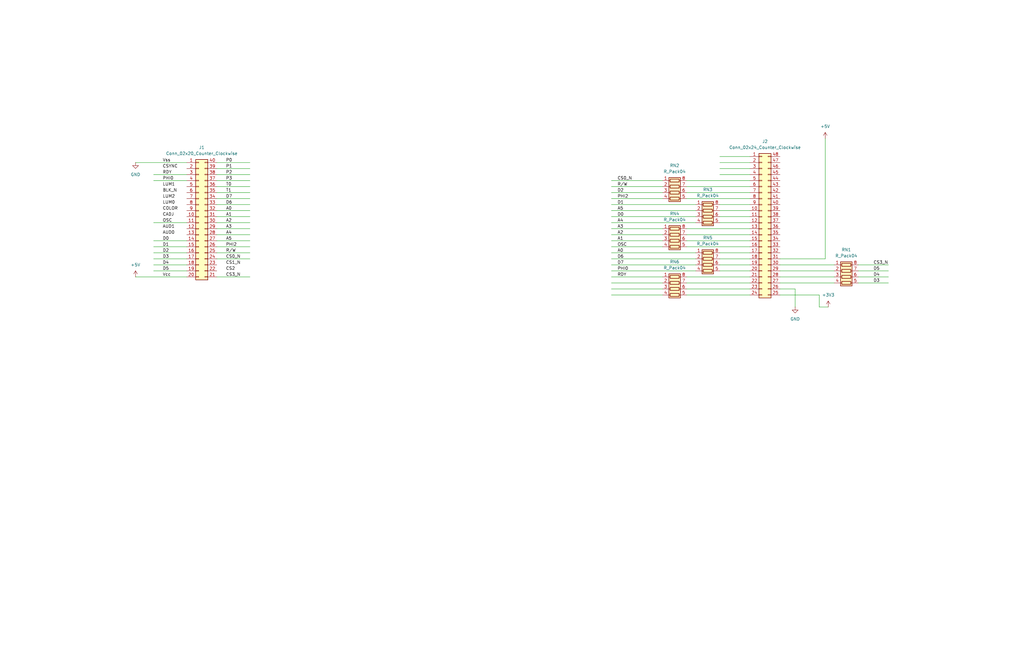
<source format=kicad_sch>
(kicad_sch (version 20231120) (generator "eeschema") (generator_version "8.0")
  (paper "B")
  (lib_symbols
    (symbol "Connector_Generic:Conn_02x20_Counter_Clockwise" (pin_names (offset 1.016) hide)
      (property "Reference" "J" (at 1.27 25.4 0))
      (property "Value" "Conn_02x20_Counter_Clockwise" (at 1.27 -27.94 0))
      (symbol "Conn_02x20_Counter_Clockwise_1_1"
        (rectangle (start -1.27 -25.273) (end 0 -25.527) (stroke (width 0.1524)))
        (rectangle (start -1.27 -22.733) (end 0 -22.987) (stroke (width 0.1524)))
        (rectangle (start -1.27 -20.193) (end 0 -20.447) (stroke (width 0.1524)))
        (rectangle (start -1.27 -17.653) (end 0 -17.907) (stroke (width 0.1524)))
        (rectangle (start -1.27 -15.113) (end 0 -15.367) (stroke (width 0.1524)))
        (rectangle (start -1.27 -12.573) (end 0 -12.827) (stroke (width 0.1524)))
        (rectangle (start -1.27 -10.033) (end 0 -10.287) (stroke (width 0.1524)))
        (rectangle (start -1.27 -7.493) (end 0 -7.747) (stroke (width 0.1524)))
        (rectangle (start -1.27 -4.953) (end 0 -5.207) (stroke (width 0.1524)))
        (rectangle (start -1.27 -2.413) (end 0 -2.667) (stroke (width 0.1524)))
        (rectangle (start -1.27 0.127) (end 0 -0.127) (stroke (width 0.1524)))
        (rectangle (start -1.27 2.667) (end 0 2.413) (stroke (width 0.1524)))
        (rectangle (start -1.27 5.207) (end 0 4.953) (stroke (width 0.1524)))
        (rectangle (start -1.27 7.747) (end 0 7.493) (stroke (width 0.1524)))
        (rectangle (start -1.27 10.287) (end 0 10.033) (stroke (width 0.1524)))
        (rectangle (start -1.27 12.827) (end 0 12.573) (stroke (width 0.1524)))
        (rectangle (start -1.27 15.367) (end 0 15.113) (stroke (width 0.1524)))
        (rectangle (start -1.27 17.907) (end 0 17.653) (stroke (width 0.1524)))
        (rectangle (start -1.27 20.447) (end 0 20.193) (stroke (width 0.1524)))
        (rectangle (start -1.27 22.987) (end 0 22.733) (stroke (width 0.1524)))
        (rectangle (start -1.27 24.13) (end 3.81 -26.67) (stroke (width 0.254)) (fill (type background)))
        (rectangle (start 3.81 -25.273) (end 2.54 -25.527) (stroke (width 0.1524)))
        (rectangle (start 3.81 -22.733) (end 2.54 -22.987) (stroke (width 0.1524)))
        (rectangle (start 3.81 -20.193) (end 2.54 -20.447) (stroke (width 0.1524)))
        (rectangle (start 3.81 -17.653) (end 2.54 -17.907) (stroke (width 0.1524)))
        (rectangle (start 3.81 -15.113) (end 2.54 -15.367) (stroke (width 0.1524)))
        (rectangle (start 3.81 -12.573) (end 2.54 -12.827) (stroke (width 0.1524)))
        (rectangle (start 3.81 -10.033) (end 2.54 -10.287) (stroke (width 0.1524)))
        (rectangle (start 3.81 -7.493) (end 2.54 -7.747) (stroke (width 0.1524)))
        (rectangle (start 3.81 -4.953) (end 2.54 -5.207) (stroke (width 0.1524)))
        (rectangle (start 3.81 -2.413) (end 2.54 -2.667) (stroke (width 0.1524)))
        (rectangle (start 3.81 0.127) (end 2.54 -0.127) (stroke (width 0.1524)))
        (rectangle (start 3.81 2.667) (end 2.54 2.413) (stroke (width 0.1524)))
        (rectangle (start 3.81 5.207) (end 2.54 4.953) (stroke (width 0.1524)))
        (rectangle (start 3.81 7.747) (end 2.54 7.493) (stroke (width 0.1524)))
        (rectangle (start 3.81 10.287) (end 2.54 10.033) (stroke (width 0.1524)))
        (rectangle (start 3.81 12.827) (end 2.54 12.573) (stroke (width 0.1524)))
        (rectangle (start 3.81 15.367) (end 2.54 15.113) (stroke (width 0.1524)))
        (rectangle (start 3.81 17.907) (end 2.54 17.653) (stroke (width 0.1524)))
        (rectangle (start 3.81 20.447) (end 2.54 20.193) (stroke (width 0.1524)))
        (rectangle (start 3.81 22.987) (end 2.54 22.733) (stroke (width 0.1524)))
        (pin passive line (at -5.08 22.86 0) (length 3.81) (name "Pin_1") (number "1"))
        (pin passive line (at -5.08 0 0) (length 3.81) (name "Pin_10") (number "10"))
        (pin passive line (at -5.08 -2.54 0) (length 3.81) (name "Pin_11") (number "11"))
        (pin passive line (at -5.08 -5.08 0) (length 3.81) (name "Pin_12") (number "12"))
        (pin passive line (at -5.08 -7.62 0) (length 3.81) (name "Pin_13") (number "13"))
        (pin passive line (at -5.08 -10.16 0) (length 3.81) (name "Pin_14") (number "14"))
        (pin passive line (at -5.08 -12.7 0) (length 3.81) (name "Pin_15") (number "15"))
        (pin passive line (at -5.08 -15.24 0) (length 3.81) (name "Pin_16") (number "16"))
        (pin passive line (at -5.08 -17.78 0) (length 3.81) (name "Pin_17") (number "17"))
        (pin passive line (at -5.08 -20.32 0) (length 3.81) (name "Pin_18") (number "18"))
        (pin passive line (at -5.08 -22.86 0) (length 3.81) (name "Pin_19") (number "19"))
        (pin passive line (at -5.08 20.32 0) (length 3.81) (name "Pin_2") (number "2"))
        (pin passive line (at -5.08 -25.4 0) (length 3.81) (name "Pin_20") (number "20"))
        (pin passive line (at 7.62 -25.4 180) (length 3.81) (name "Pin_21") (number "21"))
        (pin passive line (at 7.62 -22.86 180) (length 3.81) (name "Pin_22") (number "22"))
        (pin passive line (at 7.62 -20.32 180) (length 3.81) (name "Pin_23") (number "23"))
        (pin passive line (at 7.62 -17.78 180) (length 3.81) (name "Pin_24") (number "24"))
        (pin passive line (at 7.62 -15.24 180) (length 3.81) (name "Pin_25") (number "25"))
        (pin passive line (at 7.62 -12.7 180) (length 3.81) (name "Pin_26") (number "26"))
        (pin passive line (at 7.62 -10.16 180) (length 3.81) (name "Pin_27") (number "27"))
        (pin passive line (at 7.62 -7.62 180) (length 3.81) (name "Pin_28") (number "28"))
        (pin passive line (at 7.62 -5.08 180) (length 3.81) (name "Pin_29") (number "29"))
        (pin passive line (at -5.08 17.78 0) (length 3.81) (name "Pin_3") (number "3"))
        (pin passive line (at 7.62 -2.54 180) (length 3.81) (name "Pin_30") (number "30"))
        (pin passive line (at 7.62 0 180) (length 3.81) (name "Pin_31") (number "31"))
        (pin passive line (at 7.62 2.54 180) (length 3.81) (name "Pin_32") (number "32"))
        (pin passive line (at 7.62 5.08 180) (length 3.81) (name "Pin_33") (number "33"))
        (pin passive line (at 7.62 7.62 180) (length 3.81) (name "Pin_34") (number "34"))
        (pin passive line (at 7.62 10.16 180) (length 3.81) (name "Pin_35") (number "35"))
        (pin passive line (at 7.62 12.7 180) (length 3.81) (name "Pin_36") (number "36"))
        (pin passive line (at 7.62 15.24 180) (length 3.81) (name "Pin_37") (number "37"))
        (pin passive line (at 7.62 17.78 180) (length 3.81) (name "Pin_38") (number "38"))
        (pin passive line (at 7.62 20.32 180) (length 3.81) (name "Pin_39") (number "39"))
        (pin passive line (at -5.08 15.24 0) (length 3.81) (name "Pin_4") (number "4"))
        (pin passive line (at 7.62 22.86 180) (length 3.81) (name "Pin_40") (number "40"))
        (pin passive line (at -5.08 12.7 0) (length 3.81) (name "Pin_5") (number "5"))
        (pin passive line (at -5.08 10.16 0) (length 3.81) (name "Pin_6") (number "6"))
        (pin passive line (at -5.08 7.62 0) (length 3.81) (name "Pin_7") (number "7"))
        (pin passive line (at -5.08 5.08 0) (length 3.81) (name "Pin_8") (number "8"))
        (pin passive line (at -5.08 2.54 0) (length 3.81) (name "Pin_9") (number "9"))
      )
    )
    (symbol "Connector_Generic:Conn_02x24_Counter_Clockwise" (pin_names (offset 1.016) hide)
      (property "Reference" "J" (at 1.27 30.48 0))
      (property "Value" "Conn_02x24_Counter_Clockwise" (at 1.27 -33.02 0))
      (symbol "Conn_02x24_Counter_Clockwise_1_1"
        (rectangle (start -1.27 -30.353) (end 0 -30.607) (stroke (width 0.1524)))
        (rectangle (start -1.27 -27.813) (end 0 -28.067) (stroke (width 0.1524)))
        (rectangle (start -1.27 -25.273) (end 0 -25.527) (stroke (width 0.1524)))
        (rectangle (start -1.27 -22.733) (end 0 -22.987) (stroke (width 0.1524)))
        (rectangle (start -1.27 -20.193) (end 0 -20.447) (stroke (width 0.1524)))
        (rectangle (start -1.27 -17.653) (end 0 -17.907) (stroke (width 0.1524)))
        (rectangle (start -1.27 -15.113) (end 0 -15.367) (stroke (width 0.1524)))
        (rectangle (start -1.27 -12.573) (end 0 -12.827) (stroke (width 0.1524)))
        (rectangle (start -1.27 -10.033) (end 0 -10.287) (stroke (width 0.1524)))
        (rectangle (start -1.27 -7.493) (end 0 -7.747) (stroke (width 0.1524)))
        (rectangle (start -1.27 -4.953) (end 0 -5.207) (stroke (width 0.1524)))
        (rectangle (start -1.27 -2.413) (end 0 -2.667) (stroke (width 0.1524)))
        (rectangle (start -1.27 0.127) (end 0 -0.127) (stroke (width 0.1524)))
        (rectangle (start -1.27 2.667) (end 0 2.413) (stroke (width 0.1524)))
        (rectangle (start -1.27 5.207) (end 0 4.953) (stroke (width 0.1524)))
        (rectangle (start -1.27 7.747) (end 0 7.493) (stroke (width 0.1524)))
        (rectangle (start -1.27 10.287) (end 0 10.033) (stroke (width 0.1524)))
        (rectangle (start -1.27 12.827) (end 0 12.573) (stroke (width 0.1524)))
        (rectangle (start -1.27 15.367) (end 0 15.113) (stroke (width 0.1524)))
        (rectangle (start -1.27 17.907) (end 0 17.653) (stroke (width 0.1524)))
        (rectangle (start -1.27 20.447) (end 0 20.193) (stroke (width 0.1524)))
        (rectangle (start -1.27 22.987) (end 0 22.733) (stroke (width 0.1524)))
        (rectangle (start -1.27 25.527) (end 0 25.273) (stroke (width 0.1524)))
        (rectangle (start -1.27 28.067) (end 0 27.813) (stroke (width 0.1524)))
        (rectangle (start -1.27 29.21) (end 3.81 -31.75) (stroke (width 0.254)) (fill (type background)))
        (rectangle (start 3.81 -30.353) (end 2.54 -30.607) (stroke (width 0.1524)))
        (rectangle (start 3.81 -27.813) (end 2.54 -28.067) (stroke (width 0.1524)))
        (rectangle (start 3.81 -25.273) (end 2.54 -25.527) (stroke (width 0.1524)))
        (rectangle (start 3.81 -22.733) (end 2.54 -22.987) (stroke (width 0.1524)))
        (rectangle (start 3.81 -20.193) (end 2.54 -20.447) (stroke (width 0.1524)))
        (rectangle (start 3.81 -17.653) (end 2.54 -17.907) (stroke (width 0.1524)))
        (rectangle (start 3.81 -15.113) (end 2.54 -15.367) (stroke (width 0.1524)))
        (rectangle (start 3.81 -12.573) (end 2.54 -12.827) (stroke (width 0.1524)))
        (rectangle (start 3.81 -10.033) (end 2.54 -10.287) (stroke (width 0.1524)))
        (rectangle (start 3.81 -7.493) (end 2.54 -7.747) (stroke (width 0.1524)))
        (rectangle (start 3.81 -4.953) (end 2.54 -5.207) (stroke (width 0.1524)))
        (rectangle (start 3.81 -2.413) (end 2.54 -2.667) (stroke (width 0.1524)))
        (rectangle (start 3.81 0.127) (end 2.54 -0.127) (stroke (width 0.1524)))
        (rectangle (start 3.81 2.667) (end 2.54 2.413) (stroke (width 0.1524)))
        (rectangle (start 3.81 5.207) (end 2.54 4.953) (stroke (width 0.1524)))
        (rectangle (start 3.81 7.747) (end 2.54 7.493) (stroke (width 0.1524)))
        (rectangle (start 3.81 10.287) (end 2.54 10.033) (stroke (width 0.1524)))
        (rectangle (start 3.81 12.827) (end 2.54 12.573) (stroke (width 0.1524)))
        (rectangle (start 3.81 15.367) (end 2.54 15.113) (stroke (width 0.1524)))
        (rectangle (start 3.81 17.907) (end 2.54 17.653) (stroke (width 0.1524)))
        (rectangle (start 3.81 20.447) (end 2.54 20.193) (stroke (width 0.1524)))
        (rectangle (start 3.81 22.987) (end 2.54 22.733) (stroke (width 0.1524)))
        (rectangle (start 3.81 25.527) (end 2.54 25.273) (stroke (width 0.1524)))
        (rectangle (start 3.81 28.067) (end 2.54 27.813) (stroke (width 0.1524)))
        (pin passive line (at -5.08 27.94 0) (length 3.81) (name "Pin_1") (number "1"))
        (pin passive line (at -5.08 5.08 0) (length 3.81) (name "Pin_10") (number "10"))
        (pin passive line (at -5.08 2.54 0) (length 3.81) (name "Pin_11") (number "11"))
        (pin passive line (at -5.08 0 0) (length 3.81) (name "Pin_12") (number "12"))
        (pin passive line (at -5.08 -2.54 0) (length 3.81) (name "Pin_13") (number "13"))
        (pin passive line (at -5.08 -5.08 0) (length 3.81) (name "Pin_14") (number "14"))
        (pin passive line (at -5.08 -7.62 0) (length 3.81) (name "Pin_15") (number "15"))
        (pin passive line (at -5.08 -10.16 0) (length 3.81) (name "Pin_16") (number "16"))
        (pin passive line (at -5.08 -12.7 0) (length 3.81) (name "Pin_17") (number "17"))
        (pin passive line (at -5.08 -15.24 0) (length 3.81) (name "Pin_18") (number "18"))
        (pin passive line (at -5.08 -17.78 0) (length 3.81) (name "Pin_19") (number "19"))
        (pin passive line (at -5.08 25.4 0) (length 3.81) (name "Pin_2") (number "2"))
        (pin passive line (at -5.08 -20.32 0) (length 3.81) (name "Pin_20") (number "20"))
        (pin passive line (at -5.08 -22.86 0) (length 3.81) (name "Pin_21") (number "21"))
        (pin passive line (at -5.08 -25.4 0) (length 3.81) (name "Pin_22") (number "22"))
        (pin passive line (at -5.08 -27.94 0) (length 3.81) (name "Pin_23") (number "23"))
        (pin passive line (at -5.08 -30.48 0) (length 3.81) (name "Pin_24") (number "24"))
        (pin passive line (at 7.62 -30.48 180) (length 3.81) (name "Pin_25") (number "25"))
        (pin passive line (at 7.62 -27.94 180) (length 3.81) (name "Pin_26") (number "26"))
        (pin passive line (at 7.62 -25.4 180) (length 3.81) (name "Pin_27") (number "27"))
        (pin passive line (at 7.62 -22.86 180) (length 3.81) (name "Pin_28") (number "28"))
        (pin passive line (at 7.62 -20.32 180) (length 3.81) (name "Pin_29") (number "29"))
        (pin passive line (at -5.08 22.86 0) (length 3.81) (name "Pin_3") (number "3"))
        (pin passive line (at 7.62 -17.78 180) (length 3.81) (name "Pin_30") (number "30"))
        (pin passive line (at 7.62 -15.24 180) (length 3.81) (name "Pin_31") (number "31"))
        (pin passive line (at 7.62 -12.7 180) (length 3.81) (name "Pin_32") (number "32"))
        (pin passive line (at 7.62 -10.16 180) (length 3.81) (name "Pin_33") (number "33"))
        (pin passive line (at 7.62 -7.62 180) (length 3.81) (name "Pin_34") (number "34"))
        (pin passive line (at 7.62 -5.08 180) (length 3.81) (name "Pin_35") (number "35"))
        (pin passive line (at 7.62 -2.54 180) (length 3.81) (name "Pin_36") (number "36"))
        (pin passive line (at 7.62 0 180) (length 3.81) (name "Pin_37") (number "37"))
        (pin passive line (at 7.62 2.54 180) (length 3.81) (name "Pin_38") (number "38"))
        (pin passive line (at 7.62 5.08 180) (length 3.81) (name "Pin_39") (number "39"))
        (pin passive line (at -5.08 20.32 0) (length 3.81) (name "Pin_4") (number "4"))
        (pin passive line (at 7.62 7.62 180) (length 3.81) (name "Pin_40") (number "40"))
        (pin passive line (at 7.62 10.16 180) (length 3.81) (name "Pin_41") (number "41"))
        (pin passive line (at 7.62 12.7 180) (length 3.81) (name "Pin_42") (number "42"))
        (pin passive line (at 7.62 15.24 180) (length 3.81) (name "Pin_43") (number "43"))
        (pin passive line (at 7.62 17.78 180) (length 3.81) (name "Pin_44") (number "44"))
        (pin passive line (at 7.62 20.32 180) (length 3.81) (name "Pin_45") (number "45"))
        (pin passive line (at 7.62 22.86 180) (length 3.81) (name "Pin_46") (number "46"))
        (pin passive line (at 7.62 25.4 180) (length 3.81) (name "Pin_47") (number "47"))
        (pin passive line (at 7.62 27.94 180) (length 3.81) (name "Pin_48") (number "48"))
        (pin passive line (at -5.08 17.78 0) (length 3.81) (name "Pin_5") (number "5"))
        (pin passive line (at -5.08 15.24 0) (length 3.81) (name "Pin_6") (number "6"))
        (pin passive line (at -5.08 12.7 0) (length 3.81) (name "Pin_7") (number "7"))
        (pin passive line (at -5.08 10.16 0) (length 3.81) (name "Pin_8") (number "8"))
        (pin passive line (at -5.08 7.62 0) (length 3.81) (name "Pin_9") (number "9"))
      )
    )
    (symbol "Device:R_Pack04" (pin_names (offset 0) hide)
      (property "Reference" "RN" (at -7.62 0 90))
      (property "Value" "R_Pack04" (at 5.08 0 90))
      (symbol "R_Pack04_0_1"
        (rectangle (start -6.35 -2.413) (end 3.81 2.413) (stroke (width 0.254)) (fill (type background)))
        (rectangle (start -5.715 1.905) (end -4.445 -1.905) (stroke (width 0.254)))
        (rectangle (start -3.175 1.905) (end -1.905 -1.905) (stroke (width 0.254)))
        (rectangle (start -0.635 1.905) (end 0.635 -1.905) (stroke (width 0.254)))
        (polyline (pts (xy -5.08 -2.54) (xy -5.08 -1.905)))
        (polyline (pts (xy -5.08 1.905) (xy -5.08 2.54)))
        (polyline (pts (xy -2.54 -2.54) (xy -2.54 -1.905)))
        (polyline (pts (xy -2.54 1.905) (xy -2.54 2.54)))
        (polyline (pts (xy 0 -2.54) (xy 0 -1.905)))
        (polyline (pts (xy 0 1.905) (xy 0 2.54)))
        (polyline (pts (xy 2.54 -2.54) (xy 2.54 -1.905)))
        (polyline (pts (xy 2.54 1.905) (xy 2.54 2.54)))
        (rectangle (start 1.905 1.905) (end 3.175 -1.905) (stroke (width 0.254)))
      )
      (symbol "R_Pack04_1_1"
        (pin passive line (at -5.08 -5.08 90) (length 2.54) (name "R1.1") (number "1"))
        (pin passive line (at -2.54 -5.08 90) (length 2.54) (name "R2.1") (number "2"))
        (pin passive line (at 0 -5.08 90) (length 2.54) (name "R3.1") (number "3"))
        (pin passive line (at 2.54 -5.08 90) (length 2.54) (name "R4.1") (number "4"))
        (pin passive line (at 2.54 5.08 270) (length 2.54) (name "R4.2") (number "5"))
        (pin passive line (at 0 5.08 270) (length 2.54) (name "R3.2") (number "6"))
        (pin passive line (at -2.54 5.08 270) (length 2.54) (name "R2.2") (number "7"))
        (pin passive line (at -5.08 5.08 270) (length 2.54) (name "R1.2") (number "8"))
      )
    )
    (symbol "power:+3V3" (power) (pin_numbers hide) (pin_names (offset 0) hide)
      (property "Value" "+3V3" (at 0 3.556 0))
      (symbol "+3V3_0_1"
        (polyline (pts (xy -0.762 1.27) (xy 0 2.54)))
        (polyline (pts (xy 0 0) (xy 0 2.54)))
        (polyline (pts (xy 0 2.54) (xy 0.762 1.27)))
      )
      (symbol "+3V3_1_1"
        (pin power_in line (at 0 0 90) (length 0) (name "~") (number "1"))
      )
    )
    (symbol "power:+5V" (power) (pin_numbers hide) (pin_names (offset 0) hide)
      (property "Value" "+5V" (at 0 3.556 0))
      (symbol "+5V_0_1"
        (polyline (pts (xy -0.762 1.27) (xy 0 2.54)))
        (polyline (pts (xy 0 0) (xy 0 2.54)))
        (polyline (pts (xy 0 2.54) (xy 0.762 1.27)))
      )
      (symbol "+5V_1_1"
        (pin power_in line (at 0 0 90) (length 0) (name "~") (number "1"))
      )
    )
    (symbol "power:GND" (power) (pin_numbers hide) (pin_names (offset 0) hide)
      (property "Value" "GND" (at 0 -3.81 0))
      (symbol "GND_0_1"
        (polyline (pts (xy 0 0) (xy 0 -1.27) (xy 1.27 -1.27) (xy 0 -2.54) (xy -1.27 -1.27) (xy 0 -1.27)))
      )
      (symbol "GND_1_1"
        (pin power_in line (at 0 0 270) (length 0) (name "~") (number "1"))
      )
    )
  )
  (wire (pts (xy 91.44 86.36) (xy 105.41 86.36)))
  (wire (pts (xy 91.44 96.52) (xy 105.41 96.52)))
  (wire (pts (xy 91.44 88.9) (xy 105.41 88.9)))
  (wire (pts (xy 257.81 104.14) (xy 279.4 104.14)))
  (wire (pts (xy 345.44 124.46) (xy 328.93 124.46)))
  (wire (pts (xy 257.81 99.06) (xy 279.4 99.06)))
  (wire (pts (xy 289.56 116.84) (xy 316.23 116.84)))
  (wire (pts (xy 303.53 71.12) (xy 316.23 71.12)))
  (wire (pts (xy 328.93 116.84) (xy 351.79 116.84)))
  (wire (pts (xy 64.77 106.68) (xy 78.74 106.68)))
  (wire (pts (xy 289.56 101.6) (xy 316.23 101.6)))
  (wire (pts (xy 361.95 116.84) (xy 374.65 116.84)))
  (wire (pts (xy 289.56 83.82) (xy 316.23 83.82)))
  (wire (pts (xy 91.44 116.84) (xy 105.41 116.84)))
  (wire (pts (xy 361.95 111.76) (xy 374.65 111.76)))
  (wire (pts (xy 257.81 81.28) (xy 279.4 81.28)))
  (wire (pts (xy 303.53 73.66) (xy 316.23 73.66)))
  (wire (pts (xy 257.81 109.22) (xy 293.37 109.22)))
  (wire (pts (xy 257.81 96.52) (xy 279.4 96.52)))
  (wire (pts (xy 91.44 99.06) (xy 105.41 99.06)))
  (wire (pts (xy 57.15 68.58) (xy 78.74 68.58)))
  (wire (pts (xy 257.81 114.3) (xy 293.37 114.3)))
  (wire (pts (xy 335.28 121.92) (xy 335.28 129.54)))
  (wire (pts (xy 91.44 78.74) (xy 105.41 78.74)))
  (wire (pts (xy 91.44 83.82) (xy 105.41 83.82)))
  (wire (pts (xy 361.95 114.3) (xy 374.65 114.3)))
  (wire (pts (xy 303.53 91.44) (xy 316.23 91.44)))
  (wire (pts (xy 303.53 111.76) (xy 316.23 111.76)))
  (wire (pts (xy 345.44 129.54) (xy 345.44 124.46)))
  (wire (pts (xy 289.56 121.92) (xy 316.23 121.92)))
  (wire (pts (xy 345.44 129.54) (xy 349.25 129.54)))
  (wire (pts (xy 64.77 111.76) (xy 78.74 111.76)))
  (wire (pts (xy 328.93 119.38) (xy 351.79 119.38)))
  (wire (pts (xy 289.56 124.46) (xy 316.23 124.46)))
  (wire (pts (xy 91.44 81.28) (xy 105.41 81.28)))
  (wire (pts (xy 361.95 119.38) (xy 374.65 119.38)))
  (wire (pts (xy 257.81 101.6) (xy 279.4 101.6)))
  (wire (pts (xy 303.53 106.68) (xy 316.23 106.68)))
  (wire (pts (xy 257.81 111.76) (xy 293.37 111.76)))
  (wire (pts (xy 289.56 78.74) (xy 316.23 78.74)))
  (wire (pts (xy 303.53 86.36) (xy 316.23 86.36)))
  (wire (pts (xy 57.15 116.84) (xy 78.74 116.84)))
  (wire (pts (xy 64.77 114.3) (xy 78.74 114.3)))
  (wire (pts (xy 64.77 104.14) (xy 78.74 104.14)))
  (wire (pts (xy 289.56 104.14) (xy 316.23 104.14)))
  (wire (pts (xy 91.44 109.22) (xy 105.41 109.22)))
  (wire (pts (xy 347.98 58.42) (xy 347.98 109.22)))
  (wire (pts (xy 303.53 114.3) (xy 316.23 114.3)))
  (wire (pts (xy 91.44 71.12) (xy 105.41 71.12)))
  (wire (pts (xy 289.56 96.52) (xy 316.23 96.52)))
  (wire (pts (xy 303.53 68.58) (xy 316.23 68.58)))
  (wire (pts (xy 91.44 101.6) (xy 105.41 101.6)))
  (wire (pts (xy 257.81 78.74) (xy 279.4 78.74)))
  (wire (pts (xy 303.53 93.98) (xy 316.23 93.98)))
  (wire (pts (xy 289.56 81.28) (xy 316.23 81.28)))
  (wire (pts (xy 257.81 76.2) (xy 279.4 76.2)))
  (wire (pts (xy 257.81 119.38) (xy 279.4 119.38)))
  (wire (pts (xy 64.77 93.98) (xy 78.74 93.98)))
  (wire (pts (xy 257.81 106.68) (xy 293.37 106.68)))
  (wire (pts (xy 257.81 116.84) (xy 279.4 116.84)))
  (wire (pts (xy 91.44 91.44) (xy 105.41 91.44)))
  (wire (pts (xy 303.53 66.04) (xy 316.23 66.04)))
  (wire (pts (xy 328.93 121.92) (xy 335.28 121.92)))
  (wire (pts (xy 64.77 76.2) (xy 78.74 76.2)))
  (wire (pts (xy 64.77 101.6) (xy 78.74 101.6)))
  (wire (pts (xy 303.53 88.9) (xy 316.23 88.9)))
  (wire (pts (xy 289.56 99.06) (xy 316.23 99.06)))
  (wire (pts (xy 328.93 111.76) (xy 351.79 111.76)))
  (wire (pts (xy 328.93 114.3) (xy 351.79 114.3)))
  (wire (pts (xy 289.56 76.2) (xy 316.23 76.2)))
  (wire (pts (xy 303.53 109.22) (xy 316.23 109.22)))
  (wire (pts (xy 64.77 73.66) (xy 78.74 73.66)))
  (wire (pts (xy 257.81 91.44) (xy 293.37 91.44)))
  (wire (pts (xy 91.44 104.14) (xy 105.41 104.14)))
  (wire (pts (xy 257.81 88.9) (xy 293.37 88.9)))
  (wire (pts (xy 91.44 106.68) (xy 105.41 106.68)))
  (wire (pts (xy 257.81 83.82) (xy 279.4 83.82)))
  (wire (pts (xy 257.81 121.92) (xy 279.4 121.92)))
  (wire (pts (xy 257.81 124.46) (xy 279.4 124.46)))
  (wire (pts (xy 347.98 109.22) (xy 328.93 109.22)))
  (wire (pts (xy 91.44 93.98) (xy 105.41 93.98)))
  (wire (pts (xy 257.81 93.98) (xy 293.37 93.98)))
  (wire (pts (xy 91.44 73.66) (xy 105.41 73.66)))
  (wire (pts (xy 257.81 86.36) (xy 293.37 86.36)))
  (wire (pts (xy 91.44 76.2) (xy 105.41 76.2)))
  (wire (pts (xy 289.56 119.38) (xy 316.23 119.38)))
  (wire (pts (xy 64.77 109.22) (xy 78.74 109.22)))
  (wire (pts (xy 91.44 68.58) (xy 105.41 68.58)))
  (label "P0" (at 95.25 68.58 0))
  (label "D0" (at 68.58 101.6 0))
  (label "D6" (at 95.25 86.36 0))
  (label "BLK_N" (at 68.58 81.28 0))
  (label "A1" (at 260.35 101.6 0))
  (label "CS3_N" (at 95.25 116.84 0))
  (label "T1" (at 95.25 81.28 0))
  (label "A3" (at 260.35 96.52 0))
  (label "R{slash}W" (at 260.35 78.74 0))
  (label "AUD0" (at 68.58 99.06 0))
  (label "PHI2" (at 260.35 83.82 0))
  (label "LUM2" (at 68.58 83.82 0))
  (label "AUD1" (at 68.58 96.52 0))
  (label "D7" (at 95.25 83.82 0))
  (label "T0" (at 95.25 78.74 0))
  (label "LUM1" (at 68.58 78.74 0))
  (label "CADJ" (at 68.58 91.44 0))
  (label "CS0_N" (at 95.25 109.22 0))
  (label "D5" (at 68.58 114.3 0))
  (label "RDY" (at 68.58 73.66 0))
  (label "CSYNC" (at 68.58 71.12 0))
  (label "A1" (at 95.25 91.44 0))
  (label "PHI0" (at 68.58 76.2 0))
  (label "A5" (at 95.25 101.6 0))
  (label "D4" (at 68.58 111.76 0))
  (label "A2" (at 95.25 93.98 0))
  (label "A4" (at 95.25 99.06 0))
  (label "P3" (at 95.25 76.2 0))
  (label "OSC" (at 260.35 104.14 0))
  (label "LUM0" (at 68.58 86.36 0))
  (label "A3" (at 95.25 96.52 0))
  (label "Vss" (at 68.58 68.58 0))
  (label "P1" (at 95.25 71.12 0))
  (label "CS2" (at 95.25 114.3 0))
  (label "CS0_N" (at 260.35 76.2 0))
  (label "D1" (at 260.35 86.36 0))
  (label "A0" (at 260.35 106.68 0))
  (label "D2" (at 260.35 81.28 0))
  (label "A5" (at 260.35 88.9 0))
  (label "D3" (at 68.58 109.22 0))
  (label "CS3_N" (at 368.3 111.76 0))
  (label "D0" (at 260.35 91.44 0))
  (label "PHI0" (at 260.35 114.3 0))
  (label "D5" (at 368.3 114.3 0))
  (label "D3" (at 368.3 119.38 0))
  (label "Vcc" (at 68.58 116.84 0))
  (label "D4" (at 368.3 116.84 0))
  (label "A2" (at 260.35 99.06 0))
  (label "OSC" (at 68.58 93.98 0))
  (label "COLOR" (at 68.58 88.9 0))
  (label "A0" (at 95.25 88.9 0))
  (label "RDY" (at 260.35 116.84 0))
  (label "D6" (at 260.35 109.22 0))
  (label "R{slash}W" (at 95.25 106.68 0))
  (label "CS1_N" (at 95.25 111.76 0))
  (label "D7" (at 260.35 111.76 0))
  (label "P2" (at 95.25 73.66 0))
  (label "D2" (at 68.58 106.68 0))
  (label "A4" (at 260.35 93.98 0))
  (label "D1" (at 68.58 104.14 0))
  (label "PHI2" (at 95.25 104.14 0))
  (symbol (lib_id "power:+3V3") (at 349.25 129.54 0) (unit 1)
    (property "Reference" "#PWR05" (effects (hide yes)))
    (property "Value" "+3V3" (at 349.25 124.46 0))
    (property "Description" "Power symbol creates a global label with name \"+3V3\"" (effects (hide yes)))
  )
  (symbol (lib_id "Device:R_Pack04") (at 284.48 121.92 270) (unit 1)
    (property "Reference" "RN6" (at 284.48 110.49 90))
    (property "Value" "R_Pack04" (at 284.48 113.03 90))
    (property "Footprint" "User_Library:RES_2012_S8V_5P08X2P2_PAN-M" (effects (hide yes)))
    (property "Description" "4 resistor network, parallel topology" (effects (hide yes)))
  )
  (symbol (lib_id "Device:R_Pack04") (at 356.87 116.84 270) (unit 1)
    (property "Reference" "RN1" (at 356.87 105.41 90))
    (property "Value" "R_Pack04" (at 356.87 107.95 90))
    (property "Footprint" "User_Library:RES_2012_S8V_5P08X2P2_PAN-M" (effects (hide yes)))
    (property "Description" "4 resistor network, parallel topology" (effects (hide yes)))
  )
  (symbol (lib_id "Device:R_Pack04") (at 284.48 101.6 270) (unit 1)
    (property "Reference" "RN4" (at 284.48 90.17 90))
    (property "Value" "R_Pack04" (at 284.48 92.71 90))
    (property "Footprint" "User_Library:RES_2012_S8V_5P08X2P2_PAN-M" (effects (hide yes)))
    (property "Description" "4 resistor network, parallel topology" (effects (hide yes)))
  )
  (symbol (lib_id "Connector_Generic:Conn_02x24_Counter_Clockwise") (at 321.31 93.98 0) (unit 1)
    (property "Reference" "J2" (at 322.58 59.69 0))
    (property "Value" "Conn_02x24_Counter_Clockwise" (at 322.58 62.23 0))
    (property "Footprint" "Package_DIP:DIP-48_W15.24mm_Socket_LongPads" (effects (hide yes)))
    (property "Description" "Generic connector, double row, 02x24, counter clockwise pin numbering scheme (similar to DIP package numbering), script generated (kicad-library-utils/schlib/autogen/connector/)" (effects (hide yes)))
  )
  (symbol (lib_id "Device:R_Pack04") (at 298.45 111.76 270) (unit 1)
    (property "Reference" "RN5" (at 298.45 100.33 90))
    (property "Value" "R_Pack04" (at 298.45 102.87 90))
    (property "Footprint" "User_Library:RES_2012_S8V_5P08X2P2_PAN-M" (effects (hide yes)))
    (property "Description" "4 resistor network, parallel topology" (effects (hide yes)))
  )
  (symbol (lib_id "power:+5V") (at 57.15 116.84 0) (unit 1)
    (property "Reference" "#PWR01" (effects (hide yes)))
    (property "Value" "+5V" (at 57.15 111.76 0))
    (property "Description" "Power symbol creates a global label with name \"+5V\"" (effects (hide yes)))
  )
  (symbol (lib_id "power:GND") (at 57.15 68.58 0) (unit 1)
    (property "Reference" "#PWR02" (effects (hide yes)))
    (property "Value" "GND" (at 57.15 73.66 0))
    (property "Description" "Power symbol creates a global label with name \"GND\" , ground" (effects (hide yes)))
  )
  (symbol (lib_id "power:+5V") (at 347.98 58.42 0) (unit 1)
    (property "Reference" "#PWR04" (effects (hide yes)))
    (property "Value" "+5V" (at 347.98 53.34 0))
    (property "Description" "Power symbol creates a global label with name \"+5V\"" (effects (hide yes)))
  )
  (symbol (lib_id "Device:R_Pack04") (at 298.45 91.44 270) (unit 1)
    (property "Reference" "RN3" (at 298.45 80.01 90))
    (property "Value" "R_Pack04" (at 298.45 82.55 90))
    (property "Footprint" "User_Library:RES_2012_S8V_5P08X2P2_PAN-M" (effects (hide yes)))
    (property "Description" "4 resistor network, parallel topology" (effects (hide yes)))
  )
  (symbol (lib_id "Connector_Generic:Conn_02x20_Counter_Clockwise") (at 83.82 91.44 0) (unit 1)
    (property "Reference" "J1" (at 85.09 62.23 0))
    (property "Value" "Conn_02x20_Counter_Clockwise" (at 85.09 64.77 0))
    (property "Footprint" "Package_DIP:DIP-40_W15.24mm_Socket_LongPads" (effects (hide yes)))
    (property "Description" "Generic connector, double row, 02x20, counter clockwise pin numbering scheme (similar to DIP package numbering), script generated (kicad-library-utils/schlib/autogen/connector/)" (effects (hide yes)))
  )
  (symbol (lib_id "Device:R_Pack04") (at 284.48 81.28 270) (unit 1)
    (property "Reference" "RN2" (at 284.48 69.85 90))
    (property "Value" "R_Pack04" (at 284.48 72.39 90))
    (property "Footprint" "User_Library:RES_2012_S8V_5P08X2P2_PAN-M" (effects (hide yes)))
    (property "Description" "4 resistor network, parallel topology" (effects (hide yes)))
  )
  (symbol (lib_id "power:GND") (at 335.28 129.54 0) (unit 1)
    (property "Reference" "#PWR03" (effects (hide yes)))
    (property "Value" "GND" (at 335.28 134.62 0))
    (property "Description" "Power symbol creates a global label with name \"GND\" , ground" (effects (hide yes)))
  )
)
</source>
